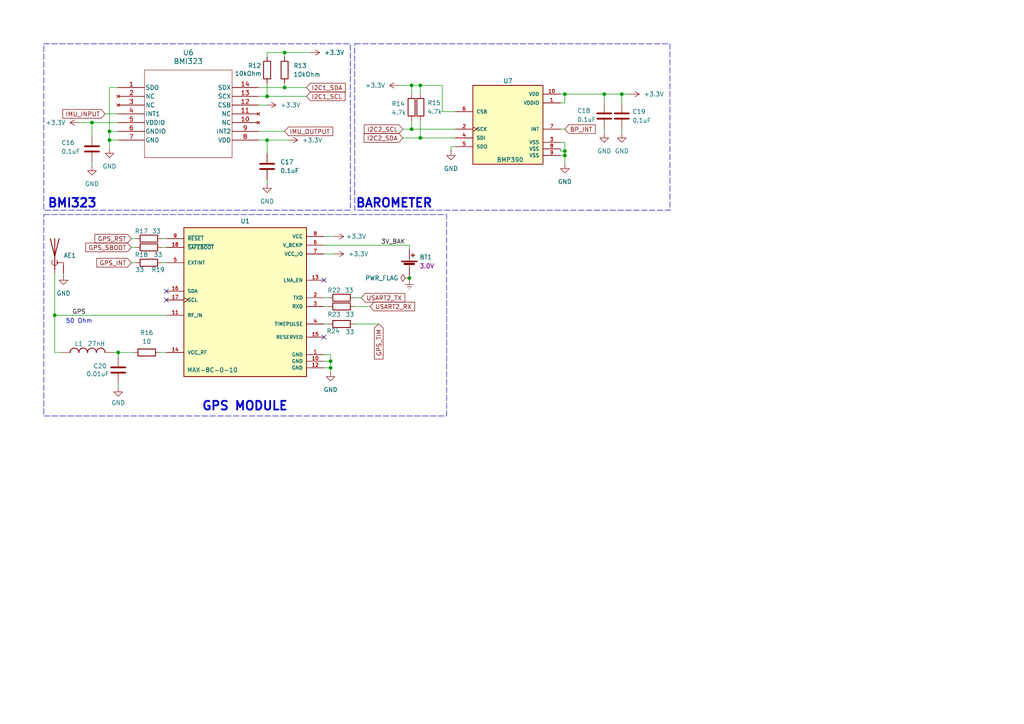
<source format=kicad_sch>
(kicad_sch (version 20231120) (generator "eeschema") (generator_version "8.0")
  (paper "A4")
  (lib_symbols
    (symbol "BMI323:BMI323" (pin_names (offset 0.254))
      (property "Reference" "U" (at 20.32 10.16 0))
      (property "Value" "BMI323" (at 20.32 7.62 0))
      (symbol "BMI323_0_1"
        (polyline (pts (xy 7.62 -20.32) (xy 33.02 -20.32)) (stroke (width 0.127)))
        (polyline (pts (xy 7.62 5.08) (xy 7.62 -20.32)) (stroke (width 0.127)))
        (polyline (pts (xy 33.02 -20.32) (xy 33.02 5.08)) (stroke (width 0.127)))
        (polyline (pts (xy 33.02 5.08) (xy 7.62 5.08)) (stroke (width 0.127)))
        (pin bidirectional line (at 0 0 0) (length 7.62) (name "SDO") (number "1"))
        (pin no_connect line (at 40.64 -10.16 180) (length 7.62) (name "NC") (number "10"))
        (pin no_connect line (at 40.64 -7.62 180) (length 7.62) (name "NC") (number "11"))
        (pin input line (at 40.64 -5.08 180) (length 7.62) (name "CSB") (number "12"))
        (pin input line (at 40.64 -2.54 180) (length 7.62) (name "SCX") (number "13"))
        (pin bidirectional line (at 40.64 0 180) (length 7.62) (name "SDX") (number "14"))
        (pin no_connect line (at 0 -2.54 0) (length 7.62) (name "NC") (number "2"))
        (pin no_connect line (at 0 -5.08 0) (length 7.62) (name "NC") (number "3"))
        (pin bidirectional line (at 0 -7.62 0) (length 7.62) (name "INT1") (number "4"))
        (pin power_in line (at 0 -10.16 0) (length 7.62) (name "VDDIO") (number "5"))
        (pin power_out line (at 0 -12.7 0) (length 7.62) (name "GNDIO") (number "6"))
        (pin power_out line (at 0 -15.24 0) (length 7.62) (name "GND") (number "7"))
        (pin power_in line (at 40.64 -15.24 180) (length 7.62) (name "VDD") (number "8"))
        (pin bidirectional line (at 40.64 -12.7 180) (length 7.62) (name "INT2") (number "9"))
      )
    )
    (symbol "Device:C" (pin_numbers hide) (pin_names (offset 0.254))
      (property "Reference" "C" (at 0.635 2.54 0))
      (property "Value" "C" (at 0.635 -2.54 0))
      (symbol "C_0_1"
        (polyline (pts (xy -2.032 -0.762) (xy 2.032 -0.762)) (stroke (width 0.508)))
        (polyline (pts (xy -2.032 0.762) (xy 2.032 0.762)) (stroke (width 0.508)))
      )
      (symbol "C_1_1"
        (pin passive line (at 0 3.81 270) (length 2.794) (name "~") (number "1"))
        (pin passive line (at 0 -3.81 90) (length 2.794) (name "~") (number "2"))
      )
    )
    (symbol "Device:R" (pin_numbers hide) (pin_names (offset 0))
      (property "Reference" "R" (at 2.032 0 90))
      (property "Value" "R" (at 0 0 90))
      (symbol "R_0_1"
        (rectangle (start -1.016 -2.54) (end 1.016 2.54) (stroke (width 0.254)))
      )
      (symbol "R_1_1"
        (pin passive line (at 0 3.81 270) (length 1.27) (name "~") (number "1"))
        (pin passive line (at 0 -3.81 90) (length 1.27) (name "~") (number "2"))
      )
    )
    (symbol "Flight-Computer:0734120110" (pin_numbers hide) (pin_names (offset 1.016) hide)
      (property "Reference" "AE" (at -1.905 4.445 0))
      (symbol "0734120110_0_1"
        (arc (start -0.508 -1.143) (mid -0.8429 -2.1194) (end 0 -2.667))
        (arc (start 0 -2.667) (mid 0.7989 -2.1052) (end 0.508 -1.143))
        (polyline (pts (xy 0 -2.54) (xy 0 0)))
        (polyline (pts (xy 0 5.08) (xy 0 -3.81)) (stroke (width 0.254)))
        (polyline (pts (xy 0.762 -1.905) (xy 2.54 -1.905)))
        (polyline (pts (xy 2.54 -2.54) (xy 2.54 -1.905)))
        (polyline (pts (xy 1.27 5.08) (xy 0 0) (xy -1.27 5.08)) (stroke (width 0.254)))
        (circle (center 0.762 -1.905) (radius 0.1778) (fill (type outline)))
      )
      (symbol "0734120110_1_1"
        (pin input line (at 0 -5.08 90) (length 2.54) (name "A") (number "1"))
        (pin input line (at 2.54 -5.08 90) (length 2.54) (name "Shield") (number "2"))
      )
    )
    (symbol "Flight-Computer:BMP390" (pin_names (offset 1.016))
      (property "Reference" "U" (at -2.54 13.335 0))
      (property "Value" "BMP390" (at -3.81 -9.525 0))
      (symbol "BMP390_0_0"
        (rectangle (start -10.16 -10.16) (end 10.16 12.7) (stroke (width 0.254)) (fill (type background)))
        (pin power_in line (at 15.24 7.62 180) (length 5.08) (name "VDDIO") (number "1"))
        (pin power_in line (at 15.24 10.16 180) (length 5.08) (name "VDD") (number "10"))
        (pin input clock (at -15.24 0 0) (length 5.08) (name "SCK") (number "2"))
        (pin power_in line (at 15.24 -3.81 180) (length 5.08) (name "VSS") (number "3"))
        (pin input line (at -15.24 -2.54 0) (length 5.08) (name "SDI") (number "4"))
        (pin input line (at -15.24 -5.08 0) (length 5.08) (name "SDO") (number "5"))
        (pin input line (at -15.24 5.08 0) (length 5.08) (name "CSB") (number "6"))
        (pin output line (at 15.24 0 180) (length 5.08) (name "INT") (number "7"))
        (pin power_in line (at 15.24 -5.715 180) (length 5.08) (name "VSS") (number "8"))
        (pin power_in line (at 15.24 -7.62 180) (length 5.08) (name "VSS") (number "9"))
      )
    )
    (symbol "Flight-Computer:Earth" (power) (pin_names (offset 0))
      (symbol "Earth_0_1"
        (polyline (pts (xy -0.635 -1.905) (xy 0.635 -1.905)))
        (polyline (pts (xy -0.127 -2.54) (xy 0.127 -2.54)))
        (polyline (pts (xy 0 -1.27) (xy 0 0)))
        (polyline (pts (xy 1.27 -1.27) (xy -1.27 -1.27)))
      )
      (symbol "Earth_1_1"
        (pin power_in line (at 0 0 270) (length 0) hide (name "Earth") (number "1"))
      )
    )
    (symbol "Flight-Computer:L-07C27NJV6T" (pin_numbers hide) (pin_names (offset 1.016) hide)
      (property "Reference" "L" (at -2.54 2.54 0))
      (property "Value" "L-07C27NJV6T" (at -7.62 -3.81 0))
      (symbol "L-07C27NJV6T_0_0"
        (arc (start -2.54 0) (mid -3.81 1.2645) (end -5.08 0) (stroke (width 0.254)))
        (arc (start 0 0) (mid -1.27 1.2645) (end -2.54 0) (stroke (width 0.254)))
        (arc (start 2.54 0) (mid 1.27 1.2645) (end 0 0) (stroke (width 0.254)))
        (arc (start 5.08 0) (mid 3.81 1.2645) (end 2.54 0) (stroke (width 0.254)))
        (pin passive line (at -7.62 0 0) (length 2.54) (name "~") (number "1"))
        (pin passive line (at 7.62 0 180) (length 2.54) (name "~") (number "2"))
      )
    )
    (symbol "Flight-Computer:MAX-8C-0-10" (pin_names (offset 1.016))
      (property "Reference" "U" (at -1.27 21.59 0))
      (property "Value" "MAX-8C-0-10" (at -17.145 -21.59 0))
      (symbol "MAX-8C-0-10_0_0"
        (rectangle (start -17.78 -22.86) (end 17.78 20.32) (stroke (width 0.254)) (fill (type background)))
        (pin power_in line (at 22.86 -16.51 180) (length 5.08) (name "GND") (number "1"))
        (pin power_in line (at 22.86 -18.415 180) (length 5.08) (name "GND") (number "10"))
        (pin input line (at -22.86 -5.08 0) (length 5.08) (name "RF_IN") (number "11"))
        (pin power_in line (at 22.86 -20.32 180) (length 5.08) (name "GND") (number "12"))
        (pin output line (at 22.86 5.08 180) (length 5.08) (name "LNA_EN") (number "13"))
        (pin power_out line (at -22.86 -15.875 0) (length 5.08) (name "VCC_RF") (number "14"))
        (pin passive line (at 22.86 -11.43 180) (length 5.08) (name "RESERVED") (number "15"))
        (pin bidirectional line (at -22.86 1.905 0) (length 5.08) (name "SDA") (number "16"))
        (pin input clock (at -22.86 -0.635 0) (length 5.08) (name "SCL") (number "17"))
        (pin input line (at -22.86 14.605 0) (length 5.08) (name "~{SAFEBOOT}") (number "18"))
        (pin output line (at 22.86 0 180) (length 5.08) (name "TXD") (number "2"))
        (pin input line (at 22.86 -2.54 180) (length 5.08) (name "RXD") (number "3"))
        (pin output line (at 22.86 -7.62 180) (length 5.08) (name "TIMEPULSE") (number "4"))
        (pin input line (at -22.86 10.16 0) (length 5.08) (name "EXTINT") (number "5"))
        (pin power_in line (at 22.86 15.24 180) (length 5.08) (name "V_BCKP") (number "6"))
        (pin power_in line (at 22.86 12.7 180) (length 5.08) (name "VCC_IO") (number "7"))
        (pin power_in line (at 22.86 17.78 180) (length 5.08) (name "VCC") (number "8"))
        (pin input line (at -22.86 17.145 0) (length 5.08) (name "~{RESET}") (number "9"))
      )
    )
    (symbol "Flight-Computer:MS614SE-FL28E" (pin_numbers hide) (pin_names (offset 0) hide)
      (property "Reference" "BT" (at 2.54 2.54 0))
      (property "Voltage" "3.0V" (at 4.445 0 0))
      (symbol "MS614SE-FL28E_0_1"
        (rectangle (start -2.286 1.778) (end 2.286 1.524) (fill (type outline)))
        (rectangle (start -1.5748 1.1938) (end 1.4732 0.6858) (fill (type outline)))
        (polyline (pts (xy 0 0.762) (xy 0 0)))
        (polyline (pts (xy 0 1.778) (xy 0 2.54)))
        (polyline (pts (xy 0.508 3.429) (xy 1.524 3.429)) (stroke (width 0.254)))
        (polyline (pts (xy 1.016 3.937) (xy 1.016 2.921)) (stroke (width 0.254)))
      )
      (symbol "MS614SE-FL28E_1_1"
        (pin power_out line (at 0 5.08 270) (length 2.54) (name "+") (number "1"))
        (pin passive line (at 0 -2.54 90) (length 2.54) (name "-") (number "2"))
      )
    )
    (symbol "power:+3.3V" (power) (pin_numbers hide) (pin_names (offset 0) hide)
      (property "Value" "+3.3V" (at 0 3.556 0))
      (symbol "+3.3V_0_1"
        (polyline (pts (xy -0.762 1.27) (xy 0 2.54)))
        (polyline (pts (xy 0 0) (xy 0 2.54)))
        (polyline (pts (xy 0 2.54) (xy 0.762 1.27)))
      )
      (symbol "+3.3V_1_1"
        (pin power_in line (at 0 0 90) (length 0) (name "~") (number "1"))
      )
    )
    (symbol "power:GND" (power) (pin_numbers hide) (pin_names (offset 0) hide)
      (property "Value" "GND" (at 0 -3.81 0))
      (symbol "GND_0_1"
        (polyline (pts (xy 0 0) (xy 0 -1.27) (xy 1.27 -1.27) (xy 0 -2.54) (xy -1.27 -1.27) (xy 0 -1.27)))
      )
      (symbol "GND_1_1"
        (pin power_in line (at 0 0 270) (length 0) (name "~") (number "1"))
      )
    )
    (symbol "power:PWR_FLAG" (power) (pin_numbers hide) (pin_names (offset 0) hide)
      (property "Value" "PWR_FLAG" (at 0 3.81 0))
      (symbol "PWR_FLAG_0_0"
        (pin power_out line (at 0 0 90) (length 0) (name "~") (number "1"))
      )
      (symbol "PWR_FLAG_0_1"
        (polyline (pts (xy 0 0) (xy 0 1.27) (xy -1.016 1.905) (xy 0 2.54) (xy 1.016 1.905) (xy 0 1.27)))
      )
    )
  )
  (junction (at 82.55 15.24))
  (junction (at 118.745 80.645))
  (junction (at 77.47 40.64))
  (junction (at 180.34 27.305))
  (junction (at 95.885 106.68))
  (junction (at 119.38 24.765))
  (junction (at 95.885 104.775))
  (junction (at 175.26 27.305))
  (junction (at 77.47 27.94))
  (junction (at 31.75 38.1))
  (junction (at 163.83 45.085))
  (junction (at 15.875 91.44))
  (junction (at 121.92 24.765))
  (junction (at 31.75 40.64))
  (junction (at 26.67 35.56))
  (junction (at 163.83 43.815))
  (junction (at 121.92 40.005))
  (junction (at 82.55 25.4))
  (junction (at 34.29 102.235))
  (junction (at 163.83 27.305))
  (junction (at 119.38 37.465))
  (no_connect (at 48.26 86.995))
  (no_connect (at 93.98 97.79))
  (no_connect (at 48.26 84.455))
  (no_connect (at 93.98 81.28))
  (wire (pts (xy 26.67 35.56) (xy 26.67 39.37)))
  (wire (pts (xy 77.47 40.64) (xy 77.47 44.45)))
  (wire (pts (xy 31.75 25.4) (xy 31.75 38.1)))
  (wire (pts (xy 175.26 27.305) (xy 180.34 27.305)))
  (wire (pts (xy 102.87 93.98) (xy 109.855 93.98)))
  (wire (pts (xy 162.56 37.465) (xy 163.83 37.465)))
  (wire (pts (xy 74.93 27.94) (xy 77.47 27.94)))
  (wire (pts (xy 77.47 27.94) (xy 88.9 27.94)))
  (wire (pts (xy 163.83 43.815) (xy 163.83 45.085)))
  (wire (pts (xy 118.745 80.645) (xy 118.745 81.28)))
  (wire (pts (xy 77.47 15.24) (xy 77.47 16.51)))
  (wire (pts (xy 77.47 52.07) (xy 77.47 53.34)))
  (wire (pts (xy 93.98 68.58) (xy 97.155 68.58)))
  (wire (pts (xy 93.98 73.66) (xy 97.155 73.66)))
  (wire (pts (xy 102.87 86.36) (xy 104.775 86.36)))
  (wire (pts (xy 128.27 24.765) (xy 128.27 32.385)))
  (wire (pts (xy 46.99 76.2) (xy 48.26 76.2)))
  (wire (pts (xy 175.26 27.305) (xy 175.26 29.845)))
  (wire (pts (xy 74.93 40.64) (xy 77.47 40.64)))
  (wire (pts (xy 118.745 80.01) (xy 118.745 80.645)))
  (wire (pts (xy 15.875 79.375) (xy 15.875 91.44)))
  (wire (pts (xy 163.83 45.085) (xy 163.83 47.625)))
  (wire (pts (xy 162.56 43.18) (xy 162.56 43.815)))
  (wire (pts (xy 121.92 40.005) (xy 132.08 40.005)))
  (wire (pts (xy 102.87 88.9) (xy 107.315 88.9)))
  (wire (pts (xy 119.38 37.465) (xy 132.08 37.465)))
  (wire (pts (xy 90.17 15.24) (xy 82.55 15.24)))
  (wire (pts (xy 121.92 34.925) (xy 121.92 40.005)))
  (wire (pts (xy 15.875 91.44) (xy 48.26 91.44)))
  (wire (pts (xy 46.99 71.755) (xy 48.26 71.755)))
  (wire (pts (xy 31.75 40.64) (xy 34.29 40.64)))
  (wire (pts (xy 162.56 43.815) (xy 163.83 43.815)))
  (wire (pts (xy 162.56 29.845) (xy 163.83 29.845)))
  (wire (pts (xy 38.1 71.755) (xy 39.37 71.755)))
  (wire (pts (xy 118.745 71.12) (xy 118.745 72.39)))
  (wire (pts (xy 82.55 24.13) (xy 82.55 25.4)))
  (wire (pts (xy 180.34 37.465) (xy 180.34 38.735)))
  (wire (pts (xy 31.75 38.1) (xy 31.75 40.64)))
  (wire (pts (xy 121.92 24.765) (xy 121.92 27.305)))
  (wire (pts (xy 119.38 24.765) (xy 119.38 27.305)))
  (wire (pts (xy 130.81 42.545) (xy 130.81 43.815)))
  (wire (pts (xy 163.83 41.275) (xy 163.83 43.815)))
  (wire (pts (xy 180.34 27.305) (xy 180.34 29.845)))
  (wire (pts (xy 119.38 24.765) (xy 121.92 24.765)))
  (wire (pts (xy 34.29 111.125) (xy 34.29 112.395)))
  (wire (pts (xy 74.93 30.48) (xy 77.47 30.48)))
  (wire (pts (xy 93.98 88.9) (xy 95.25 88.9)))
  (wire (pts (xy 30.48 33.02) (xy 34.29 33.02)))
  (wire (pts (xy 128.27 32.385) (xy 132.08 32.385)))
  (wire (pts (xy 38.1 76.2) (xy 39.37 76.2)))
  (wire (pts (xy 77.47 40.64) (xy 83.82 40.64)))
  (wire (pts (xy 74.93 38.1) (xy 82.55 38.1)))
  (wire (pts (xy 74.93 25.4) (xy 82.55 25.4)))
  (wire (pts (xy 175.26 37.465) (xy 175.26 38.735)))
  (wire (pts (xy 163.83 27.305) (xy 175.26 27.305)))
  (wire (pts (xy 95.885 102.87) (xy 95.885 104.775)))
  (wire (pts (xy 115.57 24.765) (xy 119.38 24.765)))
  (wire (pts (xy 93.98 86.36) (xy 95.25 86.36)))
  (wire (pts (xy 93.98 106.68) (xy 95.885 106.68)))
  (wire (pts (xy 34.29 102.235) (xy 34.29 103.505)))
  (wire (pts (xy 18.415 79.375) (xy 18.415 80.01)))
  (wire (pts (xy 132.08 42.545) (xy 130.81 42.545)))
  (wire (pts (xy 121.92 24.765) (xy 128.27 24.765)))
  (wire (pts (xy 82.55 15.24) (xy 82.55 16.51)))
  (wire (pts (xy 119.38 34.925) (xy 119.38 37.465)))
  (wire (pts (xy 31.75 38.1) (xy 34.29 38.1)))
  (wire (pts (xy 93.98 104.775) (xy 95.885 104.775)))
  (wire (pts (xy 162.56 45.085) (xy 163.83 45.085)))
  (wire (pts (xy 116.84 37.465) (xy 119.38 37.465)))
  (wire (pts (xy 46.99 69.215) (xy 48.26 69.215)))
  (wire (pts (xy 77.47 24.13) (xy 77.47 27.94)))
  (wire (pts (xy 38.1 69.215) (xy 39.37 69.215)))
  (wire (pts (xy 162.56 41.275) (xy 163.83 41.275)))
  (wire (pts (xy 26.67 35.56) (xy 34.29 35.56)))
  (wire (pts (xy 15.875 91.44) (xy 15.875 102.235)))
  (wire (pts (xy 34.29 25.4) (xy 31.75 25.4)))
  (wire (pts (xy 93.98 102.87) (xy 95.885 102.87)))
  (wire (pts (xy 162.56 27.305) (xy 163.83 27.305)))
  (wire (pts (xy 82.55 15.24) (xy 77.47 15.24)))
  (wire (pts (xy 95.885 104.775) (xy 95.885 106.68)))
  (wire (pts (xy 22.86 35.56) (xy 26.67 35.56)))
  (wire (pts (xy 82.55 25.4) (xy 88.9 25.4)))
  (wire (pts (xy 33.02 102.235) (xy 34.29 102.235)))
  (wire (pts (xy 93.98 93.98) (xy 95.25 93.98)))
  (wire (pts (xy 26.67 48.26) (xy 26.67 46.99)))
  (wire (pts (xy 95.885 106.68) (xy 95.885 107.95)))
  (wire (pts (xy 46.355 102.235) (xy 48.26 102.235)))
  (wire (pts (xy 31.75 40.64) (xy 31.75 43.18)))
  (wire (pts (xy 93.98 71.12) (xy 118.745 71.12)))
  (wire (pts (xy 163.83 29.845) (xy 163.83 27.305)))
  (wire (pts (xy 38.735 102.235) (xy 34.29 102.235)))
  (wire (pts (xy 116.84 40.005) (xy 121.92 40.005)))
  (wire (pts (xy 180.34 27.305) (xy 182.88 27.305)))
  (wire (pts (xy 15.875 102.235) (xy 17.78 102.235)))
  (rectangle (start 102.87 12.7) (end 194.31 60.96) (stroke (width 0) (type dash)))
  (rectangle (start 12.7 62.23) (end 129.54 120.65) (stroke (width 0) (type dash)))
  (rectangle (start 12.7 12.7) (end 101.6 60.96) (stroke (width 0) (type dash)))
  (text "BMI323\n" (at 20.955 59.055 0) (effects (font (size 2.54 2.54) (thickness 0.508) (bold yes))))
  (text "BAROMETER" (at 114.3 59.055 0) (effects (font (size 2.54 2.54) (thickness 0.508) (bold yes))))
  (text "GPS MODULE" (at 58.42 119.38 0) (effects (font (size 2.54 2.54) (bold yes)) (justify left bottom)))
  (text "50 Ohm\n" (at 19.05 93.98 0) (effects (font (size 1.27 1.27)) (justify left bottom)))
  (label "GPS" (at 20.955 91.44 0))
  (label "3V_BAK" (at 110.49 71.12 0))
  (global_label "GPS_SBOOT" (shape input) (at 38.1 71.755 180) (property "Intersheetrefs" "${INTERSHEET_REFS}" (effects (hide yes))))
  (global_label "GPS_INT" (shape input) (at 38.1 76.2 180) (property "Intersheetrefs" "${INTERSHEET_REFS}" (effects (hide yes))))
  (global_label "I2C2_SDA" (shape input) (at 116.84 40.005 180) (property "Intersheetrefs" "${INTERSHEET_REFS}" (effects (hide yes))))
  (global_label "GPS_TIM" (shape input) (at 109.855 93.98 270) (property "Intersheetrefs" "${INTERSHEET_REFS}" (effects (hide yes))))
  (global_label "USART2_TX" (shape input) (at 104.775 86.36 0) (property "Intersheetrefs" "${INTERSHEET_REFS}" (effects (hide yes))))
  (global_label "BP_INT" (shape input) (at 163.83 37.465 0) (property "Intersheetrefs" "${INTERSHEET_REFS}" (effects (hide yes))))
  (global_label "I2C1_SCL" (shape input) (at 88.9 27.94 0) (property "Intersheetrefs" "${INTERSHEET_REFS}" (effects (hide yes))))
  (global_label "USART2_RX" (shape input) (at 107.315 88.9 0) (property "Intersheetrefs" "${INTERSHEET_REFS}" (effects (hide yes))))
  (global_label "IMU_INPUT" (shape input) (at 30.48 33.02 180) (property "Intersheetrefs" "${INTERSHEET_REFS}" (effects (hide yes))))
  (global_label "IMU_OUTPUT" (shape input) (at 82.55 38.1 0) (property "Intersheetrefs" "${INTERSHEET_REFS}" (effects (hide yes))))
  (global_label "I2C1_SDA" (shape input) (at 88.9 25.4 0) (property "Intersheetrefs" "${INTERSHEET_REFS}" (effects (hide yes))))
  (global_label "GPS_RST" (shape input) (at 38.1 69.215 180) (property "Intersheetrefs" "${INTERSHEET_REFS}" (effects (hide yes))))
  (global_label "I2C2_SCL" (shape input) (at 116.84 37.465 180) (property "Intersheetrefs" "${INTERSHEET_REFS}" (effects (hide yes))))
  (symbol (lib_id "Device:R") (at 42.545 102.235 90) (unit 1)
    (property "Reference" "R16" (at 42.545 96.52 90))
    (property "Value" "10" (at 42.545 99.06 90))
    (property "Footprint" "Resistor_SMD:R_0402_1005Metric" (effects (hide yes)))
    (property "Description" "Resistor" (effects (hide yes)))
  )
  (symbol (lib_id "Device:C") (at 180.34 33.655 0) (unit 1)
    (property "Reference" "C19" (at 183.388 32.385 0) (effects (justify left)))
    (property "Value" "0.1uF" (at 183.388 34.925 0) (effects (justify left)))
    (property "Footprint" "Capacitor_SMD:C_0402_1005Metric" (effects (hide yes)))
    (property "Description" "Unpolarized capacitor" (effects (hide yes)))
  )
  (symbol (lib_id "power:+3.3V") (at 115.57 24.765 90) (unit 1)
    (property "Reference" "#PWR026" (effects (hide yes)))
    (property "Value" "+3.3V" (at 111.76 24.7649 90) (effects (justify left)))
    (property "Description" "Power symbol creates a global label with name \"+3.3V\"" (effects (hide yes)))
  )
  (symbol (lib_id "Flight-Computer:BMP390") (at 147.32 37.465 0) (unit 1)
    (property "Reference" "U7" (at 147.32 23.495 0))
    (property "Value" "BMP390" (at 147.955 46.355 0))
    (property "Footprint" "FlightComputer:BMP390" (effects (hide yes)))
  )
  (symbol (lib_id "Device:R") (at 121.92 31.115 0) (unit 1)
    (property "Reference" "R15" (at 123.952 29.845 0) (effects (justify left)))
    (property "Value" "4.7k" (at 123.952 32.385 0) (effects (justify left)))
    (property "Footprint" "Resistor_SMD:R_0402_1005Metric" (effects (hide yes)))
    (property "Description" "Resistor" (effects (hide yes)))
  )
  (symbol (lib_id "Device:R") (at 99.06 93.98 90) (unit 1)
    (property "Reference" "R24" (at 96.647 96.012 90))
    (property "Value" "33" (at 101.473 96.266 90))
    (property "Footprint" "Resistor_SMD:R_0612_1632Metric" (effects (hide yes)))
    (property "Description" "Resistor" (effects (hide yes)))
  )
  (symbol (lib_id "Flight-Computer:Earth") (at 118.745 81.28 0) (unit 1)
    (property "Reference" "#PWR043" (effects (hide yes)))
    (property "Value" "Earth" (effects (hide yes)))
  )
  (symbol (lib_id "Device:R") (at 82.55 20.32 0) (unit 1)
    (property "Reference" "R13" (at 85.09 19.0499 0) (effects (justify left)))
    (property "Value" "10kOhm" (at 85.09 21.5899 0) (effects (justify left)))
    (property "Footprint" "Resistor_SMD:R_0402_1005Metric" (effects (hide yes)))
    (property "Description" "Resistor" (effects (hide yes)))
  )
  (symbol (lib_id "Device:C") (at 77.47 48.26 0) (unit 1)
    (property "Reference" "C17" (at 81.28 46.9899 0) (effects (justify left)))
    (property "Value" "0.1uF" (at 81.28 49.5299 0) (effects (justify left)))
    (property "Footprint" "Capacitor_SMD:C_0402_1005Metric" (effects (hide yes)))
    (property "Description" "Unpolarized capacitor" (effects (hide yes)))
  )
  (symbol (lib_id "power:GND") (at 163.83 47.625 0) (unit 1)
    (property "Reference" "#PWR018" (effects (hide yes)))
    (property "Value" "GND" (at 163.83 52.705 0))
    (property "Description" "Power symbol creates a global label with name \"GND\" , ground" (effects (hide yes)))
  )
  (symbol (lib_id "Device:R") (at 99.06 88.9 90) (unit 1)
    (property "Reference" "R23" (at 96.901 91.186 90))
    (property "Value" "33" (at 101.473 91.186 90))
    (property "Footprint" "Resistor_SMD:R_0612_1632Metric" (effects (hide yes)))
    (property "Description" "Resistor" (effects (hide yes)))
  )
  (symbol (lib_id "power:+3.3V") (at 77.47 30.48 270) (unit 1)
    (property "Reference" "#PWR036" (effects (hide yes)))
    (property "Value" "+3.3V" (at 81.28 30.4799 90) (effects (justify left)))
    (property "Description" "Power symbol creates a global label with name \"+3.3V\"" (effects (hide yes)))
  )
  (symbol (lib_id "power:GND") (at 77.47 53.34 0) (unit 1)
    (property "Reference" "#PWR038" (effects (hide yes)))
    (property "Value" "GND" (at 77.47 58.42 0))
    (property "Description" "Power symbol creates a global label with name \"GND\" , ground" (effects (hide yes)))
  )
  (symbol (lib_id "power:+3.3V") (at 90.17 15.24 270) (unit 1)
    (property "Reference" "#PWR035" (effects (hide yes)))
    (property "Value" "+3.3V" (at 93.98 15.2399 90) (effects (justify left)))
    (property "Description" "Power symbol creates a global label with name \"+3.3V\"" (effects (hide yes)))
  )
  (symbol (lib_id "Device:R") (at 43.18 69.215 90) (unit 1)
    (property "Reference" "R17" (at 41.021 67.056 90))
    (property "Value" "33" (at 45.339 67.056 90))
    (property "Footprint" "Resistor_SMD:R_0612_1632Metric" (effects (hide yes)))
    (property "Description" "Resistor" (effects (hide yes)))
  )
  (symbol (lib_id "Device:R") (at 119.38 31.115 0) (unit 1)
    (property "Reference" "R14" (at 113.538 30.099 0) (effects (justify left)))
    (property "Value" "4.7k" (at 113.538 32.639 0) (effects (justify left)))
    (property "Footprint" "Resistor_SMD:R_0402_1005Metric" (effects (hide yes)))
    (property "Description" "Resistor" (effects (hide yes)))
  )
  (symbol (lib_id "power:GND") (at 180.34 38.735 0) (unit 1)
    (property "Reference" "#PWR020" (effects (hide yes)))
    (property "Value" "GND" (at 180.34 43.815 0))
    (property "Description" "Power symbol creates a global label with name \"GND\" , ground" (effects (hide yes)))
  )
  (symbol (lib_id "power:GND") (at 26.67 48.26 0) (unit 1)
    (property "Reference" "#PWR034" (effects (hide yes)))
    (property "Value" "GND" (at 26.67 53.34 0))
    (property "Description" "Power symbol creates a global label with name \"GND\" , ground" (effects (hide yes)))
  )
  (symbol (lib_id "BMI323:BMI323") (at 34.29 25.4 0) (unit 1)
    (property "Reference" "U6" (at 54.61 15.24 0) (effects (font (size 1.524 1.524))))
    (property "Value" "BMI323" (at 54.61 17.78 0) (effects (font (size 1.524 1.524))))
    (property "Footprint" "FlightComputer:BMI323" (effects (hide yes)))
    (property "Datasheet" "BMI323" (effects (hide yes)))
  )
  (symbol (lib_id "power:+3.3V") (at 83.82 40.64 270) (unit 1)
    (property "Reference" "#PWR037" (effects (hide yes)))
    (property "Value" "+3.3V" (at 87.63 40.6399 90) (effects (justify left)))
    (property "Description" "Power symbol creates a global label with name \"+3.3V\"" (effects (hide yes)))
  )
  (symbol (lib_id "Device:R") (at 43.18 71.755 90) (unit 1)
    (property "Reference" "R18" (at 41.021 73.914 90))
    (property "Value" "33" (at 45.847 73.914 90))
    (property "Footprint" "Resistor_SMD:R_0612_1632Metric" (effects (hide yes)))
    (property "Description" "Resistor" (effects (hide yes)))
  )
  (symbol (lib_id "Device:C") (at 26.67 43.18 0) (unit 1)
    (property "Reference" "C16" (at 17.78 41.402 0) (effects (justify left)))
    (property "Value" "0.1uF" (at 17.78 43.942 0) (effects (justify left)))
    (property "Footprint" "Capacitor_SMD:C_0402_1005Metric" (effects (hide yes)))
    (property "Description" "Unpolarized capacitor" (effects (hide yes)))
  )
  (symbol (lib_id "power:+3.3V") (at 97.155 73.66 270) (unit 1)
    (property "Reference" "#PWR044" (effects (hide yes)))
    (property "Value" "+3.3V" (at 100.965 73.6599 90) (effects (justify left)))
    (property "Description" "Power symbol creates a global label with name \"+3.3V\"" (effects (hide yes)))
  )
  (symbol (lib_id "power:GND") (at 31.75 43.18 0) (unit 1)
    (property "Reference" "#PWR032" (effects (hide yes)))
    (property "Value" "GND" (at 31.75 48.26 0))
    (property "Description" "Power symbol creates a global label with name \"GND\" , ground" (effects (hide yes)))
  )
  (symbol (lib_id "power:+3.3V") (at 22.86 35.56 90) (unit 1)
    (property "Reference" "#PWR033" (effects (hide yes)))
    (property "Value" "+3.3V" (at 19.05 35.5599 90) (effects (justify left)))
    (property "Description" "Power symbol creates a global label with name \"+3.3V\"" (effects (hide yes)))
  )
  (symbol (lib_id "Device:R") (at 43.18 76.2 90) (unit 1)
    (property "Reference" "R19" (at 45.847 78.232 90))
    (property "Value" "33" (at 40.513 78.232 90))
    (property "Footprint" "Resistor_SMD:R_0612_1632Metric" (effects (hide yes)))
    (property "Description" "Resistor" (effects (hide yes)))
  )
  (symbol (lib_id "Flight-Computer:MS614SE-FL28E") (at 118.745 77.47 0) (unit 1)
    (property "Reference" "BT1" (at 121.666 74.6033 0) (effects (justify left)))
    (property "Value" "MS614SE-FL28E" (effects (hide yes)))
    (property "Footprint" "FlightComputer:MS621FE-FL11E" (effects (hide yes)))
    (property "Voltage" "3.0V" (at 121.666 77.1402 0) (effects (justify left)))
  )
  (symbol (lib_id "Device:R") (at 99.06 86.36 90) (unit 1)
    (property "Reference" "R22" (at 96.901 84.201 90))
    (property "Value" "33" (at 101.219 84.201 90))
    (property "Footprint" "Resistor_SMD:R_0612_1632Metric" (effects (hide yes)))
    (property "Description" "Resistor" (effects (hide yes)))
  )
  (symbol (lib_id "Device:R") (at 77.47 20.32 0) (unit 1)
    (property "Reference" "R12" (at 71.882 19.05 0) (effects (justify left)))
    (property "Value" "10kOhm" (at 68.072 21.336 0) (effects (justify left)))
    (property "Footprint" "Resistor_SMD:R_0402_1005Metric" (effects (hide yes)))
    (property "Description" "Resistor" (effects (hide yes)))
  )
  (symbol (lib_id "power:PWR_FLAG") (at 118.745 80.645 90) (unit 1)
    (property "Reference" "#FLG04" (effects (hide yes)))
    (property "Value" "PWR_FLAG" (at 115.57 80.6449 90) (effects (justify left)))
    (property "Description" "Special symbol for telling ERC where power comes from" (effects (hide yes)))
  )
  (symbol (lib_id "Flight-Computer:L-07C27NJV6T") (at 25.4 102.235 0) (unit 1)
    (property "Reference" "L1" (at 22.86 99.695 0))
    (property "Value" "27nH" (at 27.94 99.695 0))
    (property "Footprint" "FlightComputer:L-07C27NJV6T" (effects (hide yes)))
  )
  (symbol (lib_id "power:+3.3V") (at 97.155 68.58 270) (unit 1)
    (property "Reference" "#PWR045" (effects (hide yes)))
    (property "Value" "+3.3V" (at 100.33 68.5799 90) (effects (justify left)))
    (property "Description" "Power symbol creates a global label with name \"+3.3V\"" (effects (hide yes)))
  )
  (symbol (lib_id "power:GND") (at 95.885 107.95 0) (unit 1)
    (property "Reference" "#PWR042" (effects (hide yes)))
    (property "Value" "GND" (at 95.885 113.03 0))
    (property "Description" "Power symbol creates a global label with name \"GND\" , ground" (effects (hide yes)))
  )
  (symbol (lib_id "power:GND") (at 130.81 43.815 0) (unit 1)
    (property "Reference" "#PWR06" (effects (hide yes)))
    (property "Value" "GND" (at 130.81 48.895 0))
    (property "Description" "Power symbol creates a global label with name \"GND\" , ground" (effects (hide yes)))
  )
  (symbol (lib_id "Flight-Computer:MAX-8C-0-10") (at 71.12 86.36 0) (unit 1)
    (property "Reference" "U1" (at 71.12 64.135 0))
    (property "Value" "MAX-8C-0-10" (at 61.595 107.315 0))
    (property "Footprint" "FlightComputer:MAX-8C-0" (effects (hide yes)))
  )
  (symbol (lib_id "Device:C") (at 34.29 107.315 0) (unit 1)
    (property "Reference" "C20" (at 27.051 106.172 0) (effects (justify left)))
    (property "Value" "0.01uF" (at 25.019 108.458 0) (effects (justify left)))
    (property "Footprint" "Capacitor_SMD:C_0201_0603Metric" (effects (hide yes)))
    (property "Description" "Unpolarized capacitor" (effects (hide yes)))
  )
  (symbol (lib_id "Device:C") (at 175.26 33.655 0) (unit 1)
    (property "Reference" "C18" (at 167.386 32.131 0) (effects (justify left)))
    (property "Value" "0.1uF" (at 167.386 34.671 0) (effects (justify left)))
    (property "Footprint" "Capacitor_SMD:C_0402_1005Metric" (effects (hide yes)))
    (property "Description" "Unpolarized capacitor" (effects (hide yes)))
  )
  (symbol (lib_id "power:GND") (at 175.26 38.735 0) (unit 1)
    (property "Reference" "#PWR019" (effects (hide yes)))
    (property "Value" "GND" (at 175.26 43.815 0))
    (property "Description" "Power symbol creates a global label with name \"GND\" , ground" (effects (hide yes)))
  )
  (symbol (lib_id "power:GND") (at 34.29 112.395 0) (unit 1)
    (property "Reference" "#PWR041" (effects (hide yes)))
    (property "Value" "GND" (at 34.29 116.84 0))
    (property "Description" "Power symbol creates a global label with name \"GND\" , ground" (effects (hide yes)))
  )
  (symbol (lib_id "power:GND") (at 18.415 80.01 0) (unit 1)
    (property "Reference" "#PWR040" (effects (hide yes)))
    (property "Value" "GND" (at 18.415 85.09 0))
    (property "Description" "Power symbol creates a global label with name \"GND\" , ground" (effects (hide yes)))
  )
  (symbol (lib_id "power:+3.3V") (at 182.88 27.305 270) (unit 1)
    (property "Reference" "#PWR039" (effects (hide yes)))
    (property "Value" "+3.3V" (at 186.69 27.3049 90) (effects (justify left)))
    (property "Description" "Power symbol creates a global label with name \"+3.3V\"" (effects (hide yes)))
  )
  (symbol (lib_id "Flight-Computer:0734120110") (at 15.875 74.295 0) (unit 1)
    (property "Reference" "AE1" (at 18.415 74.0938 0) (effects (justify left)))
    (property "Value" "0734120110" (effects (hide yes)))
    (property "Footprint" "FlightComputer:73412-0110" (effects (hide yes)))
  )
)
</source>
